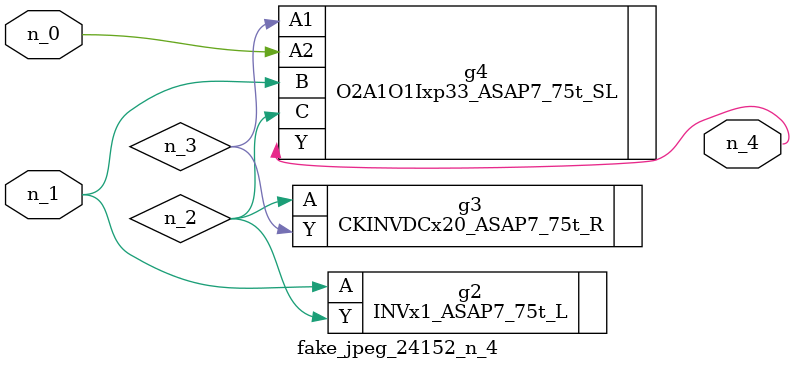
<source format=v>
module fake_jpeg_24152_n_4 (n_0, n_1, n_4);

input n_0;
input n_1;

output n_4;

wire n_3;
wire n_2;

INVx1_ASAP7_75t_L g2 ( 
.A(n_1),
.Y(n_2)
);

CKINVDCx20_ASAP7_75t_R g3 ( 
.A(n_2),
.Y(n_3)
);

O2A1O1Ixp33_ASAP7_75t_SL g4 ( 
.A1(n_3),
.A2(n_0),
.B(n_1),
.C(n_2),
.Y(n_4)
);


endmodule
</source>
